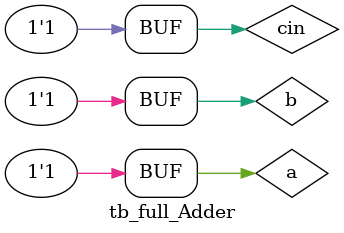
<source format=sv>
`timescale 1ns / 1ps


module tb_full_Adder;   
 logic a, b, cin, sum, carry;
    full_Adder FA(a, b, cin, sum, carry);
    initial begin
        a = 1'b0; b = 1'b0; cin = 1'b0; #5;        a = 1'b0; b = 1'b0; cin = 1'b1; #5;
        a = 1'b0; b = 1'b1; cin = 1'b0; #5;        a = 1'b0; b = 1'b1; cin = 1'b1; #5;
        a = 1'b1; b = 1'b0; cin = 1'b0; #5;        a = 1'b1; b = 1'b0; cin = 1'b1; #5;
        a = 1'b1; b = 1'b1; cin = 1'b0; #5;        a = 1'b1; b = 1'b1; cin = 1'b1; #5;
    end
endmodule
</source>
